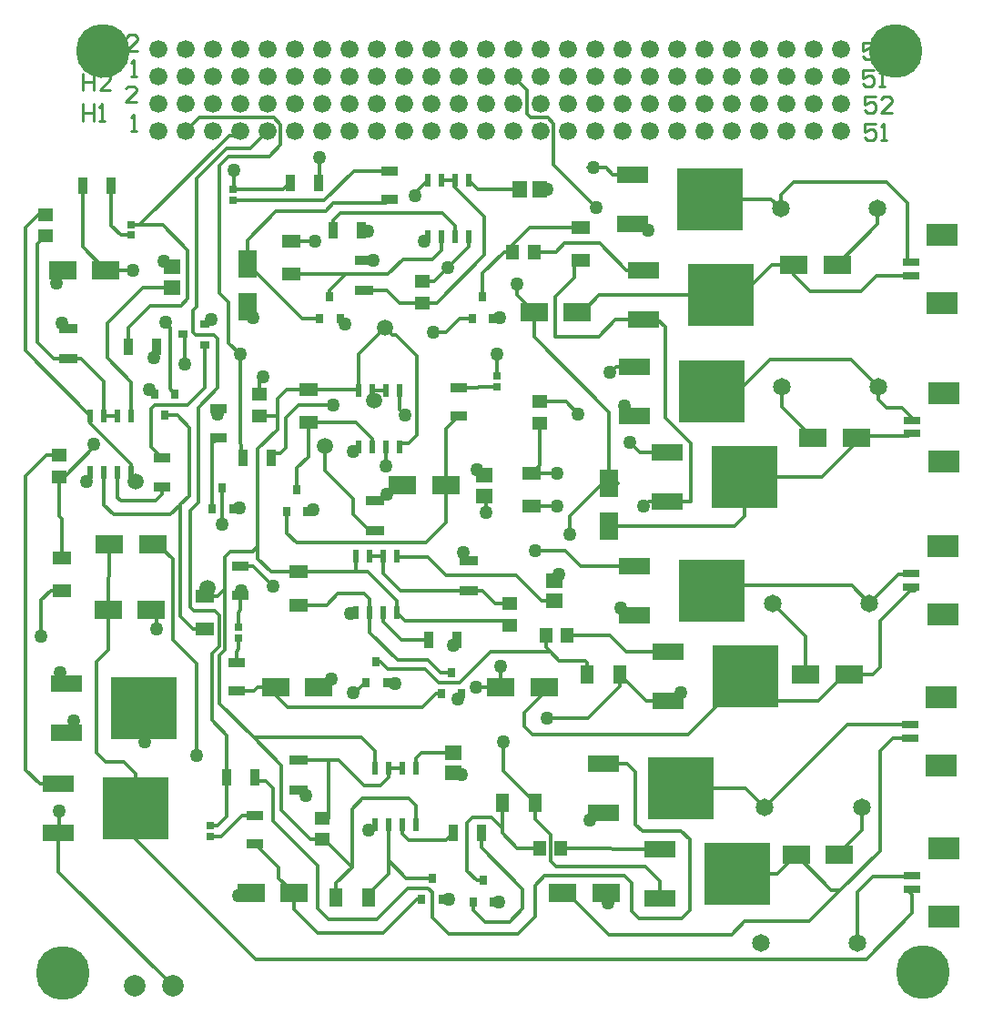
<source format=gtl>
G04 Layer_Physical_Order=1*
G04 Layer_Color=255*
%FSLAX42Y42*%
%MOMM*%
G71*
G01*
G75*
%ADD10R,3.00X1.60*%
%ADD11R,6.20X5.80*%
%ADD12R,1.50X1.40*%
%ADD13R,0.72X0.76*%
%ADD14R,2.50X1.70*%
%ADD15R,1.45X1.20*%
%ADD16R,0.85X1.60*%
%ADD17R,3.00X2.10*%
%ADD18R,1.60X0.80*%
%ADD19R,1.60X0.85*%
%ADD20R,0.80X0.90*%
G04:AMPARAMS|DCode=21|XSize=0.55mm|YSize=1.25mm|CornerRadius=0.05mm|HoleSize=0mm|Usage=FLASHONLY|Rotation=180.000|XOffset=0mm|YOffset=0mm|HoleType=Round|Shape=RoundedRectangle|*
%AMROUNDEDRECTD21*
21,1,0.55,1.15,0,0,180.0*
21,1,0.45,1.25,0,0,180.0*
1,1,0.10,-0.23,0.58*
1,1,0.10,0.23,0.58*
1,1,0.10,0.23,-0.58*
1,1,0.10,-0.23,-0.58*
%
%ADD21ROUNDEDRECTD21*%
%ADD22R,1.40X1.50*%
%ADD23R,1.70X0.95*%
%ADD24R,0.90X0.80*%
%ADD25R,1.70X2.50*%
%ADD26R,1.80X1.25*%
%ADD27R,1.25X1.80*%
%ADD28R,1.20X1.45*%
%ADD29C,0.33*%
%ADD30C,0.25*%
%ADD31C,1.65*%
%ADD32C,2.00*%
%ADD33C,1.68*%
%ADD34C,5.00*%
%ADD35C,1.27*%
%ADD36C,1.50*%
D10*
X5801Y7938D02*
D03*
Y7480D02*
D03*
X5900Y7049D02*
D03*
Y6591D02*
D03*
X5821Y6152D02*
D03*
Y5694D02*
D03*
X6121Y5355D02*
D03*
Y4897D02*
D03*
X5813Y4296D02*
D03*
Y3838D02*
D03*
X6134Y3495D02*
D03*
Y3037D02*
D03*
X6052Y1662D02*
D03*
Y1204D02*
D03*
X461Y2269D02*
D03*
Y1811D02*
D03*
X5532Y2459D02*
D03*
Y2001D02*
D03*
X532Y3201D02*
D03*
Y2743D02*
D03*
D11*
X6521Y7709D02*
D03*
X6620Y6820D02*
D03*
X6540Y5923D02*
D03*
X6841Y5126D02*
D03*
X6533Y4067D02*
D03*
X6854Y3266D02*
D03*
X6772Y1433D02*
D03*
X1181Y2040D02*
D03*
X6252Y2230D02*
D03*
X1252Y2972D02*
D03*
D12*
X1514Y6886D02*
D03*
Y7076D02*
D03*
X4422Y4949D02*
D03*
Y5139D02*
D03*
X5075Y3972D02*
D03*
Y4162D02*
D03*
X4133Y2562D02*
D03*
Y2372D02*
D03*
D13*
X1135Y7470D02*
D03*
Y7372D02*
D03*
X2134Y3723D02*
D03*
Y3625D02*
D03*
X2085Y7797D02*
D03*
Y7699D02*
D03*
X4542Y6062D02*
D03*
Y5964D02*
D03*
X1875Y1880D02*
D03*
Y1782D02*
D03*
D14*
X499Y7046D02*
D03*
X898D02*
D03*
X4883Y6660D02*
D03*
X5283D02*
D03*
X7479Y5484D02*
D03*
X7879D02*
D03*
X3661Y5044D02*
D03*
X4061D02*
D03*
X2877Y3167D02*
D03*
X2477D02*
D03*
X4575D02*
D03*
X4975D02*
D03*
X7412Y3287D02*
D03*
X7812D02*
D03*
X2254Y1252D02*
D03*
X2654D02*
D03*
X923Y3889D02*
D03*
X1323D02*
D03*
X5552Y1252D02*
D03*
X5152D02*
D03*
X1335Y4498D02*
D03*
X935D02*
D03*
X7722Y1608D02*
D03*
X7322D02*
D03*
X7701Y7099D02*
D03*
X7301D02*
D03*
D15*
X338Y7365D02*
D03*
Y7565D02*
D03*
X3843Y6740D02*
D03*
Y6940D02*
D03*
X2332Y5891D02*
D03*
Y5691D02*
D03*
X4656Y3946D02*
D03*
Y3746D02*
D03*
X2913Y1951D02*
D03*
Y1751D02*
D03*
X4940Y5823D02*
D03*
Y5623D02*
D03*
X467Y5327D02*
D03*
Y5127D02*
D03*
D16*
X948Y7833D02*
D03*
X683D02*
D03*
X2878Y7859D02*
D03*
X2613D02*
D03*
X3277Y7419D02*
D03*
X3012D02*
D03*
X2443Y5304D02*
D03*
X2178D02*
D03*
X4169Y3607D02*
D03*
X3904D02*
D03*
X1372Y6335D02*
D03*
X1107D02*
D03*
X4394Y1811D02*
D03*
X4129D02*
D03*
X2286Y2332D02*
D03*
X2021D02*
D03*
D17*
X8692Y5906D02*
D03*
Y5271D02*
D03*
X8677Y7379D02*
D03*
Y6744D02*
D03*
X8684Y4478D02*
D03*
Y3843D02*
D03*
X8674Y3076D02*
D03*
Y2441D02*
D03*
X8692Y1669D02*
D03*
Y1034D02*
D03*
D18*
X8402Y5650D02*
D03*
Y5526D02*
D03*
X8387Y7124D02*
D03*
Y6999D02*
D03*
X8394Y4223D02*
D03*
Y4098D02*
D03*
X8384Y2821D02*
D03*
Y2696D02*
D03*
X8402Y1414D02*
D03*
Y1289D02*
D03*
D19*
X2289Y1977D02*
D03*
Y1712D02*
D03*
X3543Y7971D02*
D03*
Y7706D02*
D03*
X4183Y5957D02*
D03*
Y5692D02*
D03*
X1946Y5491D02*
D03*
Y5756D02*
D03*
X1425Y5299D02*
D03*
Y5034D02*
D03*
X2154Y4291D02*
D03*
Y4026D02*
D03*
X2113Y3399D02*
D03*
Y3134D02*
D03*
D20*
X4317Y1172D02*
D03*
X4507D02*
D03*
X4412Y1372D02*
D03*
X2889Y6601D02*
D03*
X3080D02*
D03*
X2984Y6801D02*
D03*
X4307Y6600D02*
D03*
X4497D02*
D03*
X4402Y6800D02*
D03*
X2583Y4806D02*
D03*
X2773D02*
D03*
X2678Y5006D02*
D03*
X4020Y3107D02*
D03*
X4210D02*
D03*
X4115Y3307D02*
D03*
X1889Y4825D02*
D03*
X2079D02*
D03*
X1984Y5025D02*
D03*
X3321Y3207D02*
D03*
X3511D02*
D03*
X3416Y3407D02*
D03*
X3839Y1192D02*
D03*
X4029D02*
D03*
X3934Y1392D02*
D03*
X1544Y5898D02*
D03*
X1354D02*
D03*
X1449Y5698D02*
D03*
D21*
X4275Y7882D02*
D03*
X4148D02*
D03*
X4021D02*
D03*
X3894D02*
D03*
X4275Y7358D02*
D03*
X4148D02*
D03*
X4021D02*
D03*
X3894D02*
D03*
X3635Y5927D02*
D03*
X3508D02*
D03*
X3381D02*
D03*
X3254D02*
D03*
X3635Y5402D02*
D03*
X3508D02*
D03*
X3381D02*
D03*
X3254D02*
D03*
X3607Y4387D02*
D03*
X3480D02*
D03*
X3353D02*
D03*
X3226D02*
D03*
X3607Y3862D02*
D03*
X3480D02*
D03*
X3353D02*
D03*
X3226D02*
D03*
X3785Y2414D02*
D03*
X3658D02*
D03*
X3531D02*
D03*
X3404D02*
D03*
X3785Y1889D02*
D03*
X3658D02*
D03*
X3531D02*
D03*
X3404D02*
D03*
X1138Y5694D02*
D03*
X1011D02*
D03*
X884D02*
D03*
X757D02*
D03*
X1138Y5169D02*
D03*
X1011D02*
D03*
X884D02*
D03*
X757D02*
D03*
D22*
X4746Y7800D02*
D03*
X4936D02*
D03*
D23*
X3404Y4905D02*
D03*
Y4625D02*
D03*
X4275Y4347D02*
D03*
Y4067D02*
D03*
X2695Y2212D02*
D03*
Y2492D02*
D03*
X554Y6507D02*
D03*
Y6227D02*
D03*
X3305Y7140D02*
D03*
Y6860D02*
D03*
D24*
X1820Y6354D02*
D03*
Y6544D02*
D03*
X1620Y6449D02*
D03*
D25*
X2217Y6709D02*
D03*
Y7109D02*
D03*
X5580Y5064D02*
D03*
Y4664D02*
D03*
D26*
X2624Y7313D02*
D03*
Y7008D02*
D03*
X5316Y7447D02*
D03*
Y7142D02*
D03*
X2784Y5936D02*
D03*
Y5631D02*
D03*
X2697Y4239D02*
D03*
Y3934D02*
D03*
X4862Y5156D02*
D03*
Y4851D02*
D03*
X1821Y4018D02*
D03*
Y3713D02*
D03*
X495Y4374D02*
D03*
Y4069D02*
D03*
D27*
X5375Y3287D02*
D03*
X5680D02*
D03*
X3040Y1212D02*
D03*
X3345D02*
D03*
X4587Y2090D02*
D03*
X4892D02*
D03*
D28*
X4883Y7219D02*
D03*
X4683D02*
D03*
X5194Y3647D02*
D03*
X4994D02*
D03*
X5133Y1671D02*
D03*
X4933D02*
D03*
D29*
X3635Y5438D02*
X3719D01*
X1821Y4018D02*
X1938D01*
X4882Y6424D02*
Y6660D01*
X1369Y3713D02*
Y3889D01*
X2156Y4041D02*
X2172Y4026D01*
X2154D02*
X2172D01*
X461Y1452D02*
Y1811D01*
Y1452D02*
X1521Y391D01*
X4143Y7826D02*
X4422Y7546D01*
Y7186D02*
Y7546D01*
X3977Y6740D02*
X4422Y7186D01*
X3843Y6740D02*
X3977D01*
X7447Y6855D02*
X7922D01*
X7301Y7002D02*
X7447Y6855D01*
X7301Y7002D02*
Y7099D01*
X7922Y6855D02*
X8066Y6999D01*
X1214Y7470D02*
X1430D01*
X1135D02*
X1214D01*
X2046Y8302D02*
X2112D01*
X1214Y7470D02*
X2046Y8302D01*
X2022Y8181D02*
X2245D01*
X1745Y7904D02*
X2022Y8181D01*
X1745Y6704D02*
Y7904D01*
X2040Y8103D02*
X2418D01*
X1956Y8019D02*
X2040Y8103D01*
X1956Y6838D02*
Y8019D01*
X2461Y8466D02*
X2527Y8400D01*
X1767Y8466D02*
X2461D01*
X1640Y8338D02*
X1767Y8466D01*
X4854Y8468D02*
X5011D01*
X4816Y8506D02*
X4854Y8468D01*
X4816Y8506D02*
Y8718D01*
X4688Y8846D02*
X4816Y8718D01*
X5011Y8468D02*
X5067Y8412D01*
Y8024D02*
Y8412D01*
Y8024D02*
X5464Y7628D01*
X4729Y6813D02*
Y6921D01*
Y6813D02*
X4883Y6660D01*
X5433Y8004D02*
X5552D01*
X5388D02*
X5433D01*
X5552D02*
X5618Y7938D01*
X5801D01*
X2245Y8181D02*
X2402Y8338D01*
X2527Y8212D02*
Y8400D01*
X2418Y8103D02*
X2527Y8212D01*
X2112Y8302D02*
X2148Y8338D01*
X8359Y7124D02*
Y7668D01*
X898Y7046D02*
X1156D01*
X8066Y6999D02*
X8387D01*
X8303Y5767D02*
X8417Y5653D01*
X8364Y5504D02*
X8395Y5535D01*
X5580Y4663D02*
X6747D01*
X8385Y4067D02*
X8426D01*
X6854Y3043D02*
X7529D01*
X6632Y3043D02*
Y3266D01*
X8103Y3785D02*
X8385Y4067D01*
X8103Y3355D02*
Y3785D01*
X8271Y4214D02*
X8394D01*
X8004Y3947D02*
X8271Y4214D01*
X8222Y2697D02*
X8384D01*
X8100Y2576D02*
X8222Y2697D01*
X8100Y1648D02*
Y2576D01*
X7802Y2824D02*
X8341D01*
X7030Y2052D02*
X7802Y2824D01*
X8034Y1409D02*
X8402D01*
X8354Y1289D02*
X8402Y1240D01*
Y1069D02*
Y1240D01*
X7973Y640D02*
X8402Y1069D01*
X7930Y5481D02*
X7953Y5504D01*
X8364D01*
X7879Y5484D02*
X7879D01*
X4084Y7071D02*
X4275Y7262D01*
X3953Y6940D02*
X4084Y7071D01*
X4275Y7262D02*
Y7358D01*
X3500Y6510D02*
X3566Y6444D01*
X3597D01*
X3254Y6264D02*
X3500Y6510D01*
X3254Y5927D02*
Y6264D01*
X3597Y6444D02*
X3792Y6248D01*
Y5512D02*
Y6248D01*
X4143Y7826D02*
Y7851D01*
X1425Y4966D02*
Y5034D01*
X1361Y4902D02*
X1425Y4966D01*
X1039Y4902D02*
X1361D01*
X1011Y4930D02*
X1039Y4902D01*
X1011Y4930D02*
Y5169D01*
X970Y4773D02*
X1501D01*
X884Y4859D02*
X970Y4773D01*
X884Y4859D02*
Y5169D01*
X1501Y4773D02*
X1590Y4862D01*
X273Y7565D02*
X338D01*
X150Y7442D02*
X273Y7565D01*
X150Y6301D02*
Y7442D01*
X3205Y4773D02*
Y4920D01*
X2941Y5184D02*
X3205Y4920D01*
X2941Y5184D02*
Y5413D01*
X1908Y5756D02*
X1927Y5737D01*
X1943Y5720D01*
X1908Y5756D02*
X1946D01*
X2784Y5936D02*
X3244D01*
X4437Y4796D02*
Y4949D01*
X2286Y2294D02*
X2388D01*
X3711Y1300D02*
X3894D01*
X3419Y1008D02*
X3711Y1300D01*
X2972Y1008D02*
X3419D01*
X2933Y1751D02*
X3190Y1494D01*
X2913Y1751D02*
X2933D01*
X6335Y1095D02*
Y1750D01*
X6261Y1021D02*
X6335Y1095D01*
X5857Y1021D02*
X6261D01*
X5890Y1831D02*
X6253D01*
X5829Y1892D02*
X5890Y1831D01*
X5829Y1892D02*
Y2380D01*
X5791Y1087D02*
X5857Y1021D01*
X5791Y1087D02*
Y1346D01*
X6253Y1831D02*
X6335Y1750D01*
X5720Y1417D02*
X5791Y1346D01*
X4892Y1941D02*
X5034Y1798D01*
Y1554D02*
Y1798D01*
Y1554D02*
X5093Y1496D01*
X2532Y2022D02*
Y2442D01*
Y2022D02*
X2803Y1751D01*
X2388Y2294D02*
X2456Y2225D01*
Y1925D02*
Y2225D01*
Y1925D02*
X2870Y1511D01*
X2652Y1102D02*
Y1252D01*
X2289Y1712D02*
X2509Y1491D01*
X2167Y1977D02*
X2289D01*
X2509Y1394D02*
Y1491D01*
Y1394D02*
X2652Y1252D01*
X2969Y1951D02*
Y2492D01*
X3305Y2250D02*
X3453D01*
X3063Y2492D02*
X3305Y2250D01*
X2969Y2492D02*
X3063D01*
X3453Y2250D02*
X3531Y2328D01*
X1941Y5951D02*
Y6408D01*
X1902Y6447D02*
X1941Y6408D01*
X1732Y6447D02*
X1902D01*
X1758Y5768D02*
X1941Y5951D01*
X2042Y6371D02*
Y6751D01*
X1956Y6838D02*
X2042Y6751D01*
Y6371D02*
X2149Y6264D01*
X2217Y7109D02*
X2726Y6601D01*
X2217Y7109D02*
Y7328D01*
X810Y3401D02*
X923Y3513D01*
X810Y2561D02*
Y3401D01*
Y2561D02*
X897Y2474D01*
X1384Y4498D02*
X1524Y4359D01*
Y3607D02*
Y4359D01*
Y3607D02*
X1745Y3386D01*
Y2532D02*
Y3386D01*
X472Y3216D02*
Y3307D01*
X457Y3201D02*
X472Y3216D01*
X1321Y5403D02*
X1425Y5299D01*
X1564Y5698D02*
X1676Y5585D01*
Y4948D02*
Y5585D01*
X1595Y4867D02*
X1676Y4948D01*
X4790Y2929D02*
X4975Y3113D01*
X4790Y2802D02*
Y2929D01*
Y2802D02*
X4867Y2725D01*
X6314D01*
X4975Y3113D02*
Y3167D01*
X5381Y2878D02*
X5680Y3176D01*
X5004Y2878D02*
X5381D01*
X4163Y3594D02*
X4169Y3589D01*
X3221Y3117D02*
X3321Y3217D01*
X4133Y3556D02*
Y3563D01*
X4163Y3594D01*
X4169Y3589D02*
Y3607D01*
X3480Y3779D02*
X3653Y3607D01*
X3904D01*
X2587Y2978D02*
X3845D01*
X2477Y3088D02*
X2587Y2978D01*
X2477Y3088D02*
Y3167D01*
X2268Y4291D02*
X2452Y4107D01*
X2156Y4041D02*
Y4069D01*
X3353Y3862D02*
Y3988D01*
X3302Y4039D02*
X3353Y3988D01*
X3058Y4039D02*
X3302D01*
X2954Y3934D02*
X3058Y4039D01*
X3244Y5936D02*
X3254Y5927D01*
X2443Y5342D02*
X2527D01*
X2578Y5677D02*
X2690Y5789D01*
X3015D01*
X5519Y5064D02*
X5580D01*
X5215Y4760D02*
X5519Y5064D01*
X1943Y5705D02*
Y5720D01*
X2494Y5695D02*
Y5851D01*
Y5568D02*
Y5695D01*
X2491Y5691D02*
X2494Y5695D01*
X2332Y5691D02*
X2491D01*
X2332Y6020D02*
X2365Y6053D01*
X2332Y5891D02*
Y6020D01*
X5491Y6820D02*
X6620D01*
X5331Y6660D02*
X5491Y6820D01*
X5283Y6660D02*
X5331D01*
X7442Y991D02*
X7734Y1283D01*
X7322Y1608D02*
X7647Y1283D01*
X7734D01*
X6772Y1433D02*
X7146D01*
X7322Y1608D01*
X7706Y1613D02*
X7930Y1836D01*
Y2052D01*
X2784Y5311D02*
Y5631D01*
X5258Y7084D02*
X5316Y7142D01*
X6579Y4112D02*
X7839D01*
X3658Y1806D02*
Y1889D01*
Y1806D02*
X3721Y1742D01*
X4061D01*
X4129Y1811D01*
X3940Y7150D02*
X4021Y7231D01*
X3665Y7150D02*
X3940D01*
X4021Y7231D02*
Y7358D01*
X7412Y3287D02*
Y3639D01*
X2311Y4364D02*
X2436Y4239D01*
X2697D01*
X2021Y2332D02*
Y2723D01*
X4542Y6062D02*
Y6264D01*
X4587Y1811D02*
X4727Y1671D01*
X1984Y4686D02*
X1984Y5025D01*
X3228Y5631D02*
X3381Y5479D01*
X3531Y2328D02*
Y2414D01*
X2803Y1751D02*
X2913D01*
X3404Y2414D02*
Y2573D01*
X4010Y3307D02*
X4115D01*
X297Y3980D02*
X386Y4069D01*
X5680Y3176D02*
Y3287D01*
X1984Y4686D02*
Y5025D01*
X1449Y5698D02*
X1564D01*
X4194Y6600D02*
X4307D01*
X3843Y6940D02*
X3953D01*
X3012Y7419D02*
Y7509D01*
X3480Y3779D02*
Y3862D01*
X3508Y5227D02*
Y5402D01*
X5532Y2459D02*
X5751D01*
X1889Y4825D02*
Y5434D01*
X1946Y5491D01*
X2652Y1252D02*
X2654D01*
X683Y7262D02*
X898Y7046D01*
X1973Y1782D02*
X2167Y1977D01*
X948Y7462D02*
Y7833D01*
Y7462D02*
X1038Y7372D01*
X1135D01*
X2580Y5936D02*
X2784D01*
X3226Y4239D02*
Y4387D01*
X3607Y3862D02*
Y3970D01*
X3226Y4239D02*
X3337D01*
X3607Y3970D01*
X3635Y5402D02*
Y5438D01*
X757Y5621D02*
X1138Y5240D01*
Y5169D02*
Y5240D01*
X4575Y3167D02*
Y3360D01*
X1323Y3889D02*
X1369D01*
X5580Y5064D02*
Y5725D01*
X4882Y6424D02*
X5580Y5725D01*
X4882Y6660D02*
X4883D01*
X5580Y5064D02*
X5666D01*
X5680Y3287D02*
X5929Y3037D01*
X6134D01*
X5905Y4851D02*
X5950Y4897D01*
X2134Y3863D02*
X2154Y3884D01*
Y4026D01*
X467Y4762D02*
Y5127D01*
X5600Y1671D02*
X5610Y1662D01*
X6052D01*
X287Y2269D02*
X461D01*
X3345Y1243D02*
X3531Y1428D01*
Y1557D02*
Y1889D01*
Y1557D02*
X3696Y1392D01*
X4994Y3537D02*
Y3647D01*
X5359Y3414D02*
X5375Y3399D01*
X4940Y5235D02*
Y5623D01*
X5585Y3647D02*
X5737Y3495D01*
X6134D01*
X2697Y3934D02*
X2954D01*
X4402Y6800D02*
Y7018D01*
X7412Y3287D02*
X7412D01*
X8081Y7479D02*
Y7620D01*
X414Y6227D02*
X554D01*
X668D02*
X884Y6012D01*
X3785Y2414D02*
Y2509D01*
X3837Y2562D01*
X4133D01*
X1242Y6886D02*
X1514D01*
X3480Y4224D02*
X3637Y4067D01*
X4275D01*
X4404D01*
X2113Y3399D02*
Y3500D01*
X2134Y3520D01*
Y3625D01*
X3633Y6740D02*
X3843D01*
X4183Y5957D02*
X4359D01*
X4366Y5964D01*
X4542D01*
X6252Y2230D02*
X6852D01*
X7030Y2052D01*
X8088Y5841D02*
Y5964D01*
X6521Y7709D02*
X7091D01*
X7181Y7620D01*
X923Y3889D02*
Y4186D01*
X935Y4199D01*
Y4498D01*
X6632Y3266D02*
X6854D01*
X7812Y3287D02*
X8034D01*
X8103Y3355D01*
X5580Y4663D02*
Y4664D01*
X6747Y4663D02*
X6841Y4757D01*
X6820Y6820D02*
X7099Y7099D01*
X7301D01*
X7188Y5775D02*
Y5964D01*
Y5775D02*
X7479Y5484D01*
X3040Y1344D02*
X3190Y1494D01*
X2311Y4364D02*
Y4478D01*
X3531Y1428D02*
Y1557D01*
X2984Y6858D02*
X3134Y7008D01*
X2697Y4239D02*
X3226D01*
X5117Y3414D02*
X5359D01*
X6314Y2725D02*
X6632Y3043D01*
X3345Y1212D02*
Y1243D01*
X351Y5327D02*
X467D01*
X386Y4069D02*
X495D01*
X3503Y5222D02*
X3508Y5227D01*
X4148Y7358D02*
Y7462D01*
X2286Y2294D02*
Y2332D01*
X457Y3201D02*
X532D01*
X2154Y4291D02*
X2268D01*
X2443Y5304D02*
Y5342D01*
X5588Y6096D02*
X5644Y6152D01*
X5821D01*
X683Y7262D02*
Y7833D01*
X2113Y3134D02*
X2278D01*
X2312Y3167D01*
X2477D01*
X3974Y3107D02*
X4020D01*
X2726Y6601D02*
X2889D01*
X1875Y1782D02*
X1973D01*
X3277Y2700D02*
X3404Y2573D01*
X3040Y1212D02*
Y1344D01*
X3719Y5438D02*
X3792Y5512D01*
X757Y5621D02*
Y5694D01*
X4343Y3167D02*
X4575D01*
X5950Y4897D02*
X6121D01*
X5900Y6591D02*
X6030D01*
X5643D02*
X5900D01*
X2021Y1964D02*
Y2332D01*
X1938Y1880D02*
X2021Y1964D01*
X1875Y1880D02*
X1938D01*
X1107Y6335D02*
Y6510D01*
X1315Y6718D01*
X2134Y3723D02*
Y3863D01*
X2149Y5450D02*
X2178Y5304D01*
X2149Y5450D02*
Y6264D01*
X2085Y7797D02*
X2551D01*
X2613Y7859D01*
X4351Y1372D02*
X4412D01*
X4727Y1671D02*
X4933D01*
X495Y4374D02*
Y4735D01*
X467Y4762D02*
X495Y4735D01*
X5133Y1671D02*
X5600D01*
X3696Y1392D02*
X3934D01*
X1707Y3713D02*
X1821D01*
X5375Y3287D02*
Y3399D01*
X4862Y5156D02*
X4940Y5235D01*
X5194Y3647D02*
X5585D01*
X2678Y5006D02*
Y5205D01*
X2784Y5311D01*
X3381Y5402D02*
Y5479D01*
X2784Y5631D02*
X3228D01*
X4402Y7018D02*
X4603Y7219D01*
X4683D01*
X4883D02*
X5090D01*
X5745Y7049D02*
X5900D01*
X2984Y6801D02*
Y6858D01*
X7104Y3947D02*
X7412Y3639D01*
X7701Y7099D02*
X8081Y7479D01*
X3531Y2414D02*
X3658D01*
X554Y6227D02*
X668D01*
X884Y5694D02*
Y6012D01*
Y5694D02*
X1011D01*
X1138D02*
Y6005D01*
X3353Y4387D02*
X3480D01*
Y4224D02*
Y4387D01*
X4404Y4067D02*
X4525Y3946D01*
X4656D01*
X3607Y4381D02*
Y4387D01*
X3381Y5927D02*
X3508D01*
X3635Y5748D02*
Y5927D01*
Y5748D02*
X3686Y5697D01*
X4422Y4949D02*
X4437D01*
X3513Y6860D02*
X3633Y6740D01*
X3305Y6860D02*
X3513D01*
X4021Y7882D02*
X4148D01*
X4275D02*
X4357Y7800D01*
X4746D01*
X7890Y787D02*
Y1264D01*
X8034Y1409D01*
X8088Y5841D02*
X8161Y5767D01*
X8303D01*
X1181Y2040D02*
Y2365D01*
Y1750D02*
Y2040D01*
Y1750D02*
X2291Y640D01*
X7772Y3287D02*
X7812D01*
X6841Y4757D02*
Y5126D01*
X6620Y6820D02*
X6820D01*
X7412Y3287D02*
Y3639D01*
X5077Y6431D02*
X5484D01*
X5643Y6591D01*
X6841Y5126D02*
X7557D01*
X7879Y5448D01*
Y5484D01*
X6782Y5923D02*
X7076Y6218D01*
X7834D01*
X8088Y5964D01*
X6540Y5923D02*
X6782D01*
X6101Y5672D02*
Y6520D01*
X6030Y6591D02*
X6101Y6520D01*
X6121Y4897D02*
X6340D01*
Y5433D01*
X6101Y5672D02*
X6340Y5433D01*
X4940Y5823D02*
X5183D01*
X5296Y5710D01*
X6533Y4067D02*
X6579Y4112D01*
X7839D02*
X8004Y3947D01*
X6854Y3043D02*
Y3266D01*
X7529Y3043D02*
X7772Y3287D01*
X2275Y2700D02*
X3277D01*
X2913Y1951D02*
X2969D01*
X2695Y2492D02*
X2969D01*
X2870Y1110D02*
X2972Y1008D01*
X2870Y1110D02*
Y1511D01*
X6052Y1204D02*
Y1362D01*
X4317Y1093D02*
Y1172D01*
X150Y6301D02*
X757Y5694D01*
X912Y6231D02*
X1138Y6005D01*
X912Y6231D02*
Y6556D01*
X1242Y6886D01*
X1712Y6671D02*
X1745Y6704D01*
X1938Y4018D02*
X2004Y4084D01*
X1335Y4498D02*
X1384D01*
X897Y2474D02*
X1071D01*
X1181Y2365D01*
X1684Y3912D02*
X1720Y3876D01*
X1684Y3912D02*
Y4813D01*
X1758Y4887D01*
X3891Y4381D02*
X4067Y4206D01*
X3321Y3207D02*
Y3217D01*
X3845Y2978D02*
X3974Y3107D01*
X1620Y6449D02*
X1633Y6435D01*
Y6170D02*
Y6435D01*
X2624Y7313D02*
X2822D01*
X3774Y7763D02*
X3894Y7882D01*
X3774Y7742D02*
Y7763D01*
X5773Y5448D02*
X5867Y5355D01*
X6121D01*
X5215Y4590D02*
Y4760D01*
X4862Y4851D02*
X5065D01*
X5174Y4442D02*
X5321Y4296D01*
X4892Y4442D02*
X5174D01*
X5321Y4296D02*
X5813D01*
X465Y1814D02*
Y2014D01*
X461Y1811D02*
X465Y1814D01*
X155Y2401D02*
X287Y2269D01*
X155Y2401D02*
Y5132D01*
X351Y5327D01*
X297Y3642D02*
Y3980D01*
X7181Y7620D02*
Y7750D01*
X7297Y7866D01*
X8161D01*
X8359Y7668D01*
X1712Y6467D02*
X1732Y6447D01*
X1712Y6467D02*
Y6671D01*
X1758Y4887D02*
Y5768D01*
X1659Y5796D02*
X1820Y5957D01*
Y6354D01*
X1356Y5796D02*
X1659D01*
X1321Y5761D02*
X1356Y5796D01*
X1321Y5403D02*
Y5761D01*
X1595Y3825D02*
X1707Y3713D01*
X1595Y3825D02*
Y4867D01*
X3190Y1494D02*
Y2037D01*
X3287Y2134D01*
X3716D01*
X3785Y2065D01*
Y1889D02*
Y2065D01*
X3894Y1300D02*
X3934Y1260D01*
X5152Y1252D02*
X5194D01*
X5580Y866D01*
X6721D01*
X6845Y991D01*
X7442D01*
X7734Y1283D02*
X8100Y1648D01*
X5090Y7219D02*
X5169Y7297D01*
X5497D01*
X5745Y7049D01*
X5077Y6431D02*
Y6800D01*
X5258Y6980D01*
Y7084D01*
X4683Y7219D02*
Y7286D01*
X4844Y7447D01*
X5316D01*
X3134Y7008D02*
X3523D01*
X3665Y7150D01*
X2624Y7008D02*
X3134D01*
X3012Y7509D02*
X3085Y7582D01*
X4028D01*
X4148Y7462D01*
X3506Y7668D02*
X3543Y7706D01*
X3018Y7668D02*
X3506D01*
X2217Y7328D02*
X2484Y7595D01*
X2944D01*
X3018Y7668D01*
X2085Y7699D02*
X2934D01*
X3206Y7971D01*
X3543D01*
X3353Y4625D02*
X3404D01*
X3205Y4773D02*
X3353Y4625D01*
X2085Y7797D02*
X2095Y7807D01*
Y7978D01*
X1430Y7470D02*
X1664Y7236D01*
X1315Y6718D02*
X1598D01*
X1664Y6784D01*
Y7236D01*
X262Y6380D02*
X414Y6227D01*
X262Y6380D02*
Y7289D01*
X338Y7365D01*
X467Y5127D02*
X517D01*
X792Y5403D01*
Y5431D01*
X3950Y6472D02*
X4067D01*
X4194Y6600D01*
X3277Y7381D02*
Y7412D01*
Y7419D01*
Y7412D02*
X3340D01*
X2578Y5392D02*
Y5677D01*
X2527Y5342D02*
X2578Y5392D01*
X2311Y5385D02*
X2494Y5568D01*
Y5851D02*
X2580Y5936D01*
X1499Y5944D02*
X1544Y5898D01*
X1499Y5944D02*
Y6513D01*
X1473Y6538D02*
X1499Y6513D01*
X2009Y4381D02*
X2060Y4432D01*
X1720Y3876D02*
X1910D01*
X1953Y3833D01*
Y3551D02*
Y3833D01*
X2009Y3513D02*
Y4381D01*
X1885Y2860D02*
X2021Y2723D01*
X1885Y2860D02*
Y3482D01*
X1953Y3551D01*
X1958Y3017D02*
X2275Y2700D01*
X1958Y3017D02*
Y3462D01*
X2009Y3513D01*
X3995Y3211D02*
X4194D01*
X3416Y3407D02*
X3453D01*
X3353Y3680D02*
Y3862D01*
Y3680D02*
X3614Y3419D01*
X3898D01*
X4010Y3307D01*
X3453Y3407D02*
X3523Y3338D01*
X3868D01*
X3995Y3211D01*
X4194D02*
X4478Y3495D01*
X5036D01*
X4994Y3537D02*
X5036Y3495D01*
X5117Y3414D01*
X5751Y2459D02*
X5829Y2380D01*
X4892Y1941D02*
Y2090D01*
X5093Y1496D02*
X5918D01*
X6052Y1362D01*
X4262Y1460D02*
X4351Y1372D01*
X4262Y1460D02*
Y1910D01*
X4310Y1958D01*
X4486D01*
X4587Y1857D01*
Y2090D01*
Y1811D02*
Y1857D01*
X3607Y3862D02*
X3680Y3790D01*
X4612D01*
X4656Y3746D01*
X2583Y4602D02*
Y4806D01*
X2675Y4511D02*
X3874D01*
X2583Y4602D02*
X2675Y4511D01*
X3874D02*
X4061Y4699D01*
Y5044D01*
Y5570D01*
X4183Y5692D01*
X2311Y4478D02*
Y5385D01*
X2060Y4432D02*
X2266D01*
X2311Y4478D01*
X4862Y5156D02*
X5100D01*
X4862Y5156D02*
X4862Y5156D01*
X2291Y640D02*
X7973D01*
X2275Y2700D02*
X2532Y2442D01*
X4595Y2388D02*
Y2662D01*
Y2388D02*
X4892Y2090D01*
X923Y3513D02*
Y3889D01*
X4951Y3972D02*
X5075D01*
X4717Y4206D02*
X4951Y3972D01*
X4067Y4206D02*
X4717D01*
X3607Y4381D02*
X3891D01*
X4892Y1326D02*
X4983Y1417D01*
X5720D01*
X4732Y871D02*
X4892Y1031D01*
Y1326D01*
X4394Y1674D02*
Y1811D01*
Y1674D02*
X4778Y1290D01*
Y1107D02*
Y1290D01*
X4317Y1093D02*
X4425Y986D01*
X4656D01*
X4778Y1107D01*
X3934Y1024D02*
Y1260D01*
Y1024D02*
X4087Y871D01*
X4732D01*
X3790Y1192D02*
X3839D01*
X3482Y884D02*
X3790Y1192D01*
X2652Y1102D02*
X2870Y884D01*
X3482D01*
X2878Y7859D02*
X2885Y7866D01*
Y8095D01*
Y8141D01*
D30*
X8047Y9161D02*
X7946D01*
Y9084D01*
X7996Y9110D01*
X8022D01*
X8047Y9084D01*
Y9034D01*
X8022Y9008D01*
X7971D01*
X7946Y9034D01*
X8199Y9008D02*
X8098D01*
X8199Y9110D01*
Y9135D01*
X8174Y9161D01*
X8123D01*
X8098Y9135D01*
X8047Y8911D02*
X7946D01*
Y8834D01*
X7996Y8860D01*
X8022D01*
X8047Y8834D01*
Y8784D01*
X8022Y8758D01*
X7971D01*
X7946Y8784D01*
X8098Y8758D02*
X8149D01*
X8123D01*
Y8911D01*
X8098Y8885D01*
X8057Y8661D02*
X7956D01*
Y8584D01*
X8006Y8610D01*
X8032D01*
X8057Y8584D01*
Y8534D01*
X8032Y8508D01*
X7981D01*
X7956Y8534D01*
X8209Y8508D02*
X8108D01*
X8209Y8610D01*
Y8635D01*
X8184Y8661D01*
X8133D01*
X8108Y8635D01*
X8057Y8411D02*
X7956D01*
Y8334D01*
X8006Y8360D01*
X8032D01*
X8057Y8334D01*
Y8284D01*
X8032Y8258D01*
X7981D01*
X7956Y8284D01*
X8108Y8258D02*
X8159D01*
X8133D01*
Y8411D01*
X8108Y8385D01*
X1196Y9088D02*
X1094D01*
X1196Y9190D01*
Y9215D01*
X1170Y9240D01*
X1119D01*
X1094Y9215D01*
X1132Y8846D02*
X1182D01*
X1157D01*
Y8999D01*
X1132Y8973D01*
X1183Y8608D02*
X1081D01*
X1183Y8710D01*
Y8735D01*
X1158Y8760D01*
X1107D01*
X1081Y8735D01*
X1132Y8338D02*
X1182D01*
X1157D01*
Y8491D01*
X1132Y8465D01*
X690Y8875D02*
Y8722D01*
Y8799D01*
X792D01*
Y8875D01*
Y8722D01*
X944D02*
X843D01*
X944Y8824D01*
Y8849D01*
X919Y8875D01*
X868D01*
X843Y8849D01*
X686Y8591D02*
Y8438D01*
Y8514D01*
X787D01*
Y8591D01*
Y8438D01*
X838D02*
X889D01*
X863D01*
Y8591D01*
X838Y8565D01*
D31*
X7188Y5964D02*
D03*
X8088D02*
D03*
X8081Y7620D02*
D03*
X7181D02*
D03*
X7104Y3947D02*
D03*
X8004D02*
D03*
X7930Y2052D02*
D03*
X7030D02*
D03*
X6990Y787D02*
D03*
X7890D02*
D03*
D32*
X1171Y391D02*
D03*
X1521D02*
D03*
D33*
X3926Y8338D02*
D03*
Y8592D02*
D03*
X7736Y8846D02*
D03*
Y9100D02*
D03*
Y8338D02*
D03*
Y8592D02*
D03*
X7482Y8846D02*
D03*
Y9100D02*
D03*
Y8338D02*
D03*
Y8592D02*
D03*
X7228Y8846D02*
D03*
Y9100D02*
D03*
Y8338D02*
D03*
Y8592D02*
D03*
X6974Y8846D02*
D03*
Y9100D02*
D03*
Y8338D02*
D03*
Y8592D02*
D03*
X6720Y8846D02*
D03*
Y9100D02*
D03*
Y8338D02*
D03*
Y8592D02*
D03*
X6466Y8846D02*
D03*
Y9100D02*
D03*
Y8338D02*
D03*
Y8592D02*
D03*
X6212Y8846D02*
D03*
Y9100D02*
D03*
Y8338D02*
D03*
Y8592D02*
D03*
X5958Y8846D02*
D03*
Y9100D02*
D03*
Y8338D02*
D03*
Y8592D02*
D03*
X5704Y8846D02*
D03*
Y9100D02*
D03*
Y8338D02*
D03*
Y8592D02*
D03*
X5450Y8846D02*
D03*
Y9100D02*
D03*
Y8338D02*
D03*
Y8592D02*
D03*
X5196Y8846D02*
D03*
Y9100D02*
D03*
Y8338D02*
D03*
Y8592D02*
D03*
X4942Y8846D02*
D03*
Y9100D02*
D03*
Y8338D02*
D03*
Y8592D02*
D03*
X4688Y8846D02*
D03*
Y9100D02*
D03*
Y8338D02*
D03*
Y8592D02*
D03*
X4434Y8846D02*
D03*
Y9100D02*
D03*
Y8338D02*
D03*
Y8592D02*
D03*
X4180Y8846D02*
D03*
Y9100D02*
D03*
Y8338D02*
D03*
Y8592D02*
D03*
X3926Y8846D02*
D03*
Y9100D02*
D03*
X3672Y8338D02*
D03*
Y8592D02*
D03*
Y8846D02*
D03*
Y9100D02*
D03*
X3418Y8338D02*
D03*
Y8592D02*
D03*
Y8846D02*
D03*
Y9100D02*
D03*
X3164Y8338D02*
D03*
Y8592D02*
D03*
Y8846D02*
D03*
Y9100D02*
D03*
X2910Y8338D02*
D03*
Y8592D02*
D03*
Y8846D02*
D03*
Y9100D02*
D03*
X2656Y8338D02*
D03*
Y8592D02*
D03*
Y8846D02*
D03*
Y9100D02*
D03*
X2402Y8338D02*
D03*
Y8592D02*
D03*
Y8846D02*
D03*
Y9100D02*
D03*
X2148Y8338D02*
D03*
Y8592D02*
D03*
Y8846D02*
D03*
Y9100D02*
D03*
X1894Y8338D02*
D03*
Y8592D02*
D03*
Y8846D02*
D03*
Y9100D02*
D03*
X1640Y8338D02*
D03*
Y8592D02*
D03*
Y8846D02*
D03*
Y9100D02*
D03*
X1386Y8338D02*
D03*
Y8592D02*
D03*
Y8846D02*
D03*
Y9100D02*
D03*
D34*
X8246Y9082D02*
D03*
X8498Y514D02*
D03*
X496Y512D02*
D03*
X876Y9082D02*
D03*
D35*
X5464Y7628D02*
D03*
X5946Y7417D02*
D03*
X4729Y6921D02*
D03*
X5433Y8004D02*
D03*
X5573Y1158D02*
D03*
X1882Y6586D02*
D03*
X1260Y2659D02*
D03*
X1745Y2532D02*
D03*
X605Y2858D02*
D03*
X472Y3307D02*
D03*
X724Y5085D02*
D03*
X5004Y2878D02*
D03*
X4133Y3556D02*
D03*
X2156Y4069D02*
D03*
X3015Y5789D02*
D03*
X1943Y5705D02*
D03*
X1148Y7046D02*
D03*
X1458Y6561D02*
D03*
X4595Y2662D02*
D03*
X1984Y4686D02*
D03*
X2365Y6053D02*
D03*
X2149Y6264D02*
D03*
X4542D02*
D03*
X3503Y5222D02*
D03*
X5588Y6096D02*
D03*
X4575Y3360D02*
D03*
X1369Y3713D02*
D03*
X4343Y3167D02*
D03*
X792Y5431D02*
D03*
X3686Y5697D02*
D03*
X4437Y4796D02*
D03*
X2131Y1227D02*
D03*
X5400Y1928D02*
D03*
X3345Y1839D02*
D03*
X2761Y2164D02*
D03*
X2830Y4816D02*
D03*
X3510Y4961D02*
D03*
X5723Y5784D02*
D03*
X5004Y7795D02*
D03*
X3863Y7313D02*
D03*
X4562Y6604D02*
D03*
X3124Y6546D02*
D03*
X490Y6553D02*
D03*
X5687Y3907D02*
D03*
X5116Y4221D02*
D03*
X4227Y4417D02*
D03*
X3175Y3851D02*
D03*
X3200Y3117D02*
D03*
X3592Y3203D02*
D03*
X2995Y3241D02*
D03*
X2271Y6609D02*
D03*
X1438Y7127D02*
D03*
X4351Y5192D02*
D03*
X3386Y7140D02*
D03*
X1633Y6170D02*
D03*
X1308Y5933D02*
D03*
X4178Y3058D02*
D03*
X2139Y4836D02*
D03*
X3203Y5357D02*
D03*
X4209Y2355D02*
D03*
X3340Y7412D02*
D03*
X4084Y7071D02*
D03*
X2845Y7315D02*
D03*
X3774Y7742D02*
D03*
X5296Y5710D02*
D03*
X5773Y5448D02*
D03*
X5215Y4590D02*
D03*
X5098Y4849D02*
D03*
X5905Y4851D02*
D03*
X6253Y3114D02*
D03*
X4892Y4442D02*
D03*
X2452Y4107D02*
D03*
X465Y2014D02*
D03*
X297Y3642D02*
D03*
X2095Y7978D02*
D03*
X439Y6924D02*
D03*
X3950Y6472D02*
D03*
X5100Y5156D02*
D03*
X1349Y6233D02*
D03*
X4094Y1199D02*
D03*
X4559Y1168D02*
D03*
X2885Y8095D02*
D03*
D36*
X3399Y5832D02*
D03*
X3500Y6510D02*
D03*
X1844Y4094D02*
D03*
X1176Y5085D02*
D03*
X2941Y5413D02*
D03*
M02*

</source>
